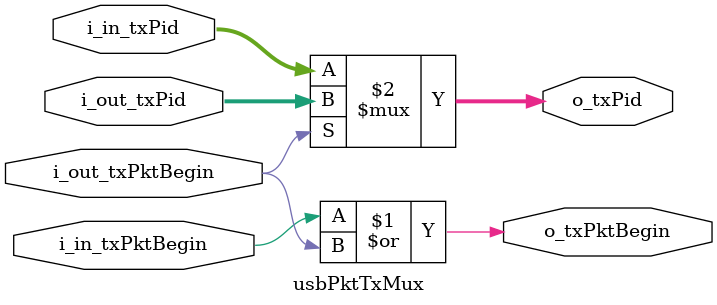
<source format=sv>

module usbPktTxMux (
  input           i_in_txPktBegin,
  input [3:0]     i_in_txPid,

  input           i_out_txPktBegin,
  input [3:0]     i_out_txPid,

  output          o_txPktBegin,
  output [3:0]    o_txPid
);

assign o_txPktBegin = i_in_txPktBegin | i_out_txPktBegin;
assign o_txPid = i_out_txPktBegin ? i_out_txPid : i_in_txPid;

endmodule

</source>
